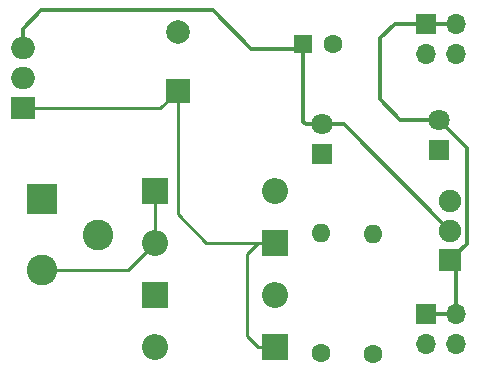
<source format=gbr>
%TF.GenerationSoftware,KiCad,Pcbnew,(5.1.6)-1*%
%TF.CreationDate,2021-10-30T11:54:59+03:00*%
%TF.ProjectId,POWER_SUPPLY,504f5745-525f-4535-9550-504c592e6b69,rev?*%
%TF.SameCoordinates,Original*%
%TF.FileFunction,Copper,L1,Top*%
%TF.FilePolarity,Positive*%
%FSLAX46Y46*%
G04 Gerber Fmt 4.6, Leading zero omitted, Abs format (unit mm)*
G04 Created by KiCad (PCBNEW (5.1.6)-1) date 2021-10-30 11:54:59*
%MOMM*%
%LPD*%
G01*
G04 APERTURE LIST*
%TA.AperFunction,ComponentPad*%
%ADD10O,2.000000X1.905000*%
%TD*%
%TA.AperFunction,ComponentPad*%
%ADD11R,2.000000X1.905000*%
%TD*%
%TA.AperFunction,ComponentPad*%
%ADD12C,1.900000*%
%TD*%
%TA.AperFunction,ComponentPad*%
%ADD13R,1.900000X1.900000*%
%TD*%
%TA.AperFunction,ComponentPad*%
%ADD14O,1.600000X1.600000*%
%TD*%
%TA.AperFunction,ComponentPad*%
%ADD15C,1.600000*%
%TD*%
%TA.AperFunction,ComponentPad*%
%ADD16O,1.700000X1.700000*%
%TD*%
%TA.AperFunction,ComponentPad*%
%ADD17R,1.700000X1.700000*%
%TD*%
%TA.AperFunction,ComponentPad*%
%ADD18C,2.600000*%
%TD*%
%TA.AperFunction,ComponentPad*%
%ADD19R,2.600000X2.600000*%
%TD*%
%TA.AperFunction,ComponentPad*%
%ADD20C,1.800000*%
%TD*%
%TA.AperFunction,ComponentPad*%
%ADD21R,1.800000X1.800000*%
%TD*%
%TA.AperFunction,ComponentPad*%
%ADD22O,2.200000X2.200000*%
%TD*%
%TA.AperFunction,ComponentPad*%
%ADD23R,2.200000X2.200000*%
%TD*%
%TA.AperFunction,ComponentPad*%
%ADD24R,1.600000X1.600000*%
%TD*%
%TA.AperFunction,ComponentPad*%
%ADD25C,2.000000*%
%TD*%
%TA.AperFunction,ComponentPad*%
%ADD26R,2.000000X2.000000*%
%TD*%
%TA.AperFunction,Conductor*%
%ADD27C,0.250000*%
%TD*%
%TA.AperFunction,Conductor*%
%ADD28C,0.300000*%
%TD*%
G04 APERTURE END LIST*
D10*
%TO.P,U1,3*%
%TO.N,/Vout_1*%
X63449200Y-91681300D03*
%TO.P,U1,2*%
%TO.N,GND*%
X63449200Y-94221300D03*
D11*
%TO.P,U1,1*%
%TO.N,/Vin*%
X63449200Y-96761300D03*
%TD*%
D12*
%TO.P,SW1,3*%
%TO.N,Net-(SW1-Pad3)*%
X99621100Y-104611100D03*
%TO.P,SW1,2*%
%TO.N,/Vout_1*%
X99621100Y-107111100D03*
D13*
%TO.P,SW1,1*%
%TO.N,/Vout_2*%
X99621100Y-109611100D03*
%TD*%
D14*
%TO.P,R2,2*%
%TO.N,Net-(D5-Pad1)*%
X93078300Y-107378500D03*
D15*
%TO.P,R2,1*%
%TO.N,GND*%
X93078300Y-117538500D03*
%TD*%
D14*
%TO.P,R1,2*%
%TO.N,Net-(D6-Pad1)*%
X88671400Y-107353100D03*
D15*
%TO.P,R1,1*%
%TO.N,GND*%
X88671400Y-117513100D03*
%TD*%
D16*
%TO.P,J3,4*%
%TO.N,GND*%
X100061100Y-116751100D03*
%TO.P,J3,3*%
X97521100Y-116751100D03*
%TO.P,J3,2*%
%TO.N,/Vout_2*%
X100061100Y-114211100D03*
D17*
%TO.P,J3,1*%
X97521100Y-114211100D03*
%TD*%
D16*
%TO.P,J2,4*%
%TO.N,GND*%
X100061100Y-92151200D03*
%TO.P,J2,3*%
X97521100Y-92151200D03*
%TO.P,J2,2*%
%TO.N,/Vout_2*%
X100061100Y-89611200D03*
D17*
%TO.P,J2,1*%
X97521100Y-89611200D03*
%TD*%
D18*
%TO.P,J1,3*%
%TO.N,Net-(J1-Pad3)*%
X69749200Y-107470200D03*
%TO.P,J1,2*%
%TO.N,Net-(D3-Pad2)*%
X65049200Y-110470200D03*
D19*
%TO.P,J1,1*%
%TO.N,Net-(D1-Pad2)*%
X65049200Y-104470200D03*
%TD*%
D20*
%TO.P,D6,2*%
%TO.N,/Vout_1*%
X88747600Y-98092100D03*
D21*
%TO.P,D6,1*%
%TO.N,Net-(D6-Pad1)*%
X88747600Y-100632100D03*
%TD*%
D20*
%TO.P,D5,2*%
%TO.N,/Vout_2*%
X98621100Y-97711100D03*
D21*
%TO.P,D5,1*%
%TO.N,Net-(D5-Pad1)*%
X98621100Y-100251100D03*
%TD*%
D22*
%TO.P,D4,2*%
%TO.N,GND*%
X84797900Y-103771700D03*
D23*
%TO.P,D4,1*%
%TO.N,Net-(D3-Pad2)*%
X74637900Y-103771700D03*
%TD*%
D22*
%TO.P,D3,2*%
%TO.N,Net-(D3-Pad2)*%
X74637900Y-108160933D03*
D23*
%TO.P,D3,1*%
%TO.N,/Vin*%
X84797900Y-108160933D03*
%TD*%
D22*
%TO.P,D2,2*%
%TO.N,GND*%
X84797900Y-112550166D03*
D23*
%TO.P,D2,1*%
%TO.N,Net-(D1-Pad2)*%
X74637900Y-112550166D03*
%TD*%
D22*
%TO.P,D1,2*%
%TO.N,Net-(D1-Pad2)*%
X74637900Y-116939400D03*
D23*
%TO.P,D1,1*%
%TO.N,/Vin*%
X84797900Y-116939400D03*
%TD*%
D15*
%TO.P,C2,2*%
%TO.N,GND*%
X89647400Y-91313000D03*
D24*
%TO.P,C2,1*%
%TO.N,/Vout_1*%
X87147400Y-91313000D03*
%TD*%
D25*
%TO.P,C1,2*%
%TO.N,GND*%
X76530200Y-90262700D03*
D26*
%TO.P,C1,1*%
%TO.N,/Vin*%
X76530200Y-95262700D03*
%TD*%
D27*
%TO.N,/Vin*%
X84797900Y-108160933D02*
X83355067Y-108160933D01*
X83355067Y-108160933D02*
X82397600Y-109118400D01*
X82397600Y-109118400D02*
X82397600Y-116014500D01*
X83322500Y-116939400D02*
X84797900Y-116939400D01*
X82397600Y-116014500D02*
X83322500Y-116939400D01*
X75031600Y-96761300D02*
X76530200Y-95262700D01*
X63449200Y-96761300D02*
X75031600Y-96761300D01*
X84797900Y-108160933D02*
X83230833Y-108160933D01*
X83230833Y-108160933D02*
X83225866Y-108165900D01*
X83225866Y-108165900D02*
X78943200Y-108165900D01*
X76530200Y-105752900D02*
X76530200Y-95262700D01*
X78943200Y-108165900D02*
X76530200Y-105752900D01*
D28*
%TO.N,/Vout_1*%
X88747600Y-98092100D02*
X87347900Y-98092100D01*
X87147400Y-97891600D02*
X87147400Y-91313000D01*
X87347900Y-98092100D02*
X87147400Y-97891600D01*
X86747699Y-91712701D02*
X82733801Y-91712701D01*
X87147400Y-91313000D02*
X86747699Y-91712701D01*
X82733801Y-91712701D02*
X79502000Y-88480900D01*
X79502000Y-88480900D02*
X64985900Y-88480900D01*
X63449200Y-90017600D02*
X63449200Y-91681300D01*
X64985900Y-88480900D02*
X63449200Y-90017600D01*
X90602100Y-98092100D02*
X99621100Y-107111100D01*
X88747600Y-98092100D02*
X90602100Y-98092100D01*
D27*
%TO.N,Net-(D3-Pad2)*%
X74637900Y-103771700D02*
X74637900Y-108160933D01*
X72328633Y-110470200D02*
X74637900Y-108160933D01*
X65049200Y-110470200D02*
X72328633Y-110470200D01*
D28*
%TO.N,/Vout_2*%
X97521100Y-114211100D02*
X100061100Y-114211100D01*
X100061100Y-110051100D02*
X99621100Y-109611100D01*
X100061100Y-114211100D02*
X100061100Y-110051100D01*
X101021101Y-100111101D02*
X98621100Y-97711100D01*
X101021101Y-108211099D02*
X101021101Y-100111101D01*
X99621100Y-109611100D02*
X101021101Y-108211099D01*
X98621100Y-97711100D02*
X95387000Y-97711100D01*
X95387000Y-97711100D02*
X93687900Y-96012000D01*
X93687900Y-96012000D02*
X93687900Y-90805000D01*
X94881700Y-89611200D02*
X97521100Y-89611200D01*
X93687900Y-90805000D02*
X94881700Y-89611200D01*
X97521100Y-89611200D02*
X100061100Y-89611200D01*
%TD*%
M02*

</source>
